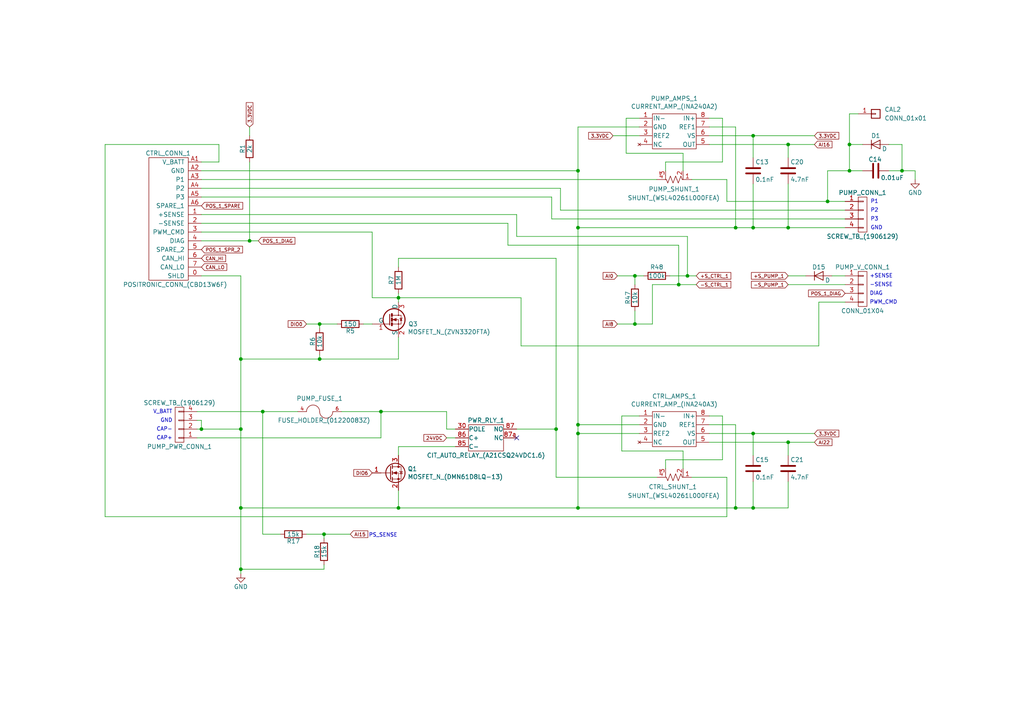
<source format=kicad_sch>
(kicad_sch (version 20250114) (generator "eeschema") (generator_version "9.0")
  (paper "A4")
  (lib_symbols
    (symbol "Connector_Generic:Conn_01x01" (pin_names (offset 1.016) (hide yes))
      (property "Reference" "J1" (at 2.54 1.2701 0))
      (property "Value" "Conn_01x01" (at 2.54 -1.2699 0))
      (symbol "Conn_01x01_1_1"
        (rectangle (start -1.27 1.27) (end 1.27 -1.27) (stroke (width 0.254)))
        (rectangle (start -1.27 0.127) (end 0 -0.127) (stroke (width 0.1524)))
        (pin passive line (at -5.08 0 0) (length 3.81) (name "Pin_1") (number "1"))
      )
    )
    (symbol "Device:Q_NMOS_GSD" (pin_names (offset 0) (hide yes))
      (property "Reference" "Q" (at 5.08 1.27 0))
      (property "Value" "Q_NMOS_GSD" (at 5.08 -1.27 0))
      (symbol "Q_NMOS_GSD_0_1"
        (polyline (pts (xy 0.254 1.905) (xy 0.254 -1.905)) (stroke (width 0.254)))
        (polyline (pts (xy 0.254 0) (xy -2.54 0)))
        (polyline (pts (xy 0.762 2.286) (xy 0.762 1.27)) (stroke (width 0.254)))
        (polyline (pts (xy 0.762 0.508) (xy 0.762 -0.508)) (stroke (width 0.254)))
        (polyline (pts (xy 0.762 -1.27) (xy 0.762 -2.286)) (stroke (width 0.254)))
        (polyline (pts (xy 0.762 -1.778) (xy 3.302 -1.778) (xy 3.302 1.778) (xy 0.762 1.778)))
        (polyline (pts (xy 1.016 0) (xy 2.032 0.381) (xy 2.032 -0.381) (xy 1.016 0)) (fill (type outline)))
        (circle (center 1.651 0) (radius 2.794) (stroke (width 0.254)))
        (polyline (pts (xy 2.54 2.54) (xy 2.54 1.778)))
        (circle (center 2.54 1.778) (radius 0.254) (fill (type outline)))
        (circle (center 2.54 -1.778) (radius 0.254) (fill (type outline)))
        (polyline (pts (xy 2.54 -2.54) (xy 2.54 0) (xy 0.762 0)))
        (polyline (pts (xy 2.794 0.508) (xy 2.921 0.381) (xy 3.683 0.381) (xy 3.81 0.254)))
        (polyline (pts (xy 3.302 0.381) (xy 2.921 -0.254) (xy 3.683 -0.254) (xy 3.302 0.381)))
      )
      (symbol "Q_NMOS_GSD_1_1"
        (pin input line (at -5.08 0 0) (length 2.54) (name "G") (number "1"))
        (pin passive line (at 2.54 5.08 270) (length 2.54) (name "D") (number "3"))
        (pin passive line (at 2.54 -5.08 90) (length 2.54) (name "S") (number "2"))
      )
    )
    (symbol "Device:R_Shunt_US" (pin_names (offset 0) (hide yes))
      (property "Reference" "R" (at -5.08 0 90))
      (property "Value" "R_Shunt_US" (at -3.048 0 90))
      (symbol "R_Shunt_US_1_1"
        (polyline (pts (xy 0 2.286) (xy 0 2.54)))
        (polyline (pts (xy 0 2.286) (xy 1.016 1.905) (xy 0 1.524) (xy -1.016 1.143) (xy 0 0.762)))
        (polyline (pts (xy 0 0.762) (xy 1.016 0.381) (xy 0 0) (xy -1.016 -0.381) (xy 0 -0.762)))
        (polyline (pts (xy 0 -0.762) (xy 1.016 -1.143) (xy 0 -1.524) (xy -1.016 -1.905) (xy 0 -2.286)))
        (polyline (pts (xy 0 -2.286) (xy 0 -2.54)))
        (polyline (pts (xy 0 -2.54) (xy 1.27 -2.54)))
        (polyline (pts (xy 1.27 2.54) (xy 0 2.54)))
        (pin passive line (at 0 5.08 270) (length 2.54) (name "~") (number "1"))
        (pin passive line (at 0 -5.08 90) (length 2.54) (name "~") (number "4"))
        (pin passive line (at 2.54 2.54 180) (length 1.27) (name "~") (number "2"))
        (pin passive line (at 2.54 -2.54 180) (length 1.27) (name "~") (number "3"))
      )
    )
    (symbol "Smart-Tank-Motherboard-rescue:C" (pin_numbers (hide yes)) (pin_names (offset 0.254))
      (property "Reference" "C" (at 0.635 2.54 0))
      (property "Value" "C" (at 0.635 -2.54 0))
      (symbol "C_0_1"
        (polyline (pts (xy -2.032 0.762) (xy 2.032 0.762)) (stroke (width 0.508)))
        (polyline (pts (xy -2.032 -0.762) (xy 2.032 -0.762)) (stroke (width 0.508)))
      )
      (symbol "C_1_1"
        (pin passive line (at 0 3.81 270) (length 2.794) (name "~") (number "1"))
        (pin passive line (at 0 -3.81 90) (length 2.794) (name "~") (number "2"))
      )
    )
    (symbol "Smart-Tank-Motherboard-rescue:CONN_01X04" (pin_names (offset 1.016) (hide yes))
      (property "Reference" "J" (at 0 6.35 0))
      (property "Value" "CONN_01X04" (at 2.54 0 90))
      (symbol "CONN_01X04_0_1"
        (rectangle (start -1.27 5.08) (end 1.27 -5.08))
        (rectangle (start -1.27 3.937) (end 0.254 3.683))
        (rectangle (start -1.27 1.397) (end 0.254 1.143))
        (rectangle (start -1.27 -1.143) (end 0.254 -1.397))
        (rectangle (start -1.27 -3.683) (end 0.254 -3.937))
      )
      (symbol "CONN_01X04_1_1"
        (pin passive line (at -5.08 3.81 0) (length 3.81) (name "P1") (number "1"))
        (pin passive line (at -5.08 1.27 0) (length 3.81) (name "P2") (number "2"))
        (pin passive line (at -5.08 -1.27 0) (length 3.81) (name "P3") (number "3"))
        (pin passive line (at -5.08 -3.81 0) (length 3.81) (name "P4") (number "4"))
      )
    )
    (symbol "Smart-Tank-Motherboard-rescue:D" (pin_numbers (hide yes)) (pin_names (offset 1.016) (hide yes))
      (property "Reference" "D" (at 0 2.54 0))
      (property "Value" "D" (at 0 -2.54 0))
      (symbol "D_0_1"
        (polyline (pts (xy -1.27 1.27) (xy -1.27 -1.27)) (stroke (width 0.2032)))
        (polyline (pts (xy 1.27 1.27) (xy 1.27 -1.27) (xy -1.27 0) (xy 1.27 1.27)) (stroke (width 0.2032)))
        (polyline (pts (xy 1.27 0) (xy -1.27 0)))
      )
      (symbol "D_1_1"
        (pin passive line (at -3.81 0 0) (length 2.54) (name "K") (number "1"))
        (pin passive line (at 3.81 0 180) (length 2.54) (name "A") (number "2"))
      )
    )
    (symbol "Smart-Tank-Motherboard-rescue:FUSE_HOLDER_(01220083Z)" (pin_names (offset 0.254))
      (property "Reference" "F" (at 0 3.81 0))
      (property "Value" "FUSE_HOLDER_(01220083Z)" (at 1.27 -3.81 0))
      (symbol "FUSE_HOLDER_(01220083Z)_0_1"
        (arc (start -3.81 0) (mid -1.905 1.905) (end 0 0))
        (arc (start 3.81 0) (mid 1.905 -1.905) (end 0 0))
      )
      (symbol "FUSE_HOLDER_(01220083Z)_1_1"
        (pin input line (at -6.35 0 0) (length 2.54) (name "~") (number "4"))
        (pin input line (at -6.35 0 0) (length 2.54) (hide yes) (name "~") (number "5"))
        (pin input line (at 6.35 0 180) (length 2.54) (name "~") (number "6"))
        (pin input line (at 6.35 0 180) (length 2.54) (hide yes) (name "~") (number "7"))
      )
    )
    (symbol "Smart-Tank-Motherboard-rescue:GND" (power) (pin_names (offset 0))
      (property "Value" "GND" (at 0 -3.81 0))
      (symbol "GND_0_1"
        (polyline (pts (xy 0 0) (xy 0 -1.27) (xy 1.27 -1.27) (xy 0 -2.54) (xy -1.27 -1.27) (xy 0 -1.27)))
      )
      (symbol "GND_1_1"
        (pin power_in line (at 0 0 270) (length 0) (hide yes) (name "GND") (number "1"))
      )
    )
    (symbol "Smart-Tank-Motherboard-rescue:MOSFET_N_(2N7002P,215)" (pin_names (offset 0))
      (property "Reference" "Q" (at 6.35 1.905 0))
      (property "Value" "MOSFET_N_(2N7002P,215)" (at 6.35 0 0))
      (symbol "MOSFET_N_(2N7002P,215)_0_1"
        (polyline (pts (xy 0 1.524) (xy 0 -1.524) (xy 0 -1.524)) (stroke (width 0.254)))
        (polyline (pts (xy 0.635 1.651) (xy 0.635 1.016)) (stroke (width 0.508)))
        (polyline (pts (xy 0.635 0.381) (xy 0.635 -0.381)) (stroke (width 0.508)))
        (polyline (pts (xy 0.635 -1.016) (xy 0.635 -1.651)) (stroke (width 0.508)))
        (polyline (pts (xy 0.762 1.27) (xy 2.54 1.27) (xy 2.54 2.54) (xy 2.54 2.54)))
        (polyline (pts (xy 0.762 0) (xy 1.27 0) (xy 2.54 0) (xy 2.54 -1.27) (xy 2.54 -1.27)))
        (polyline (pts (xy 0.762 -1.27) (xy 2.54 -1.27) (xy 2.54 -2.54) (xy 2.54 -2.54)))
        (polyline (pts (xy 0.889 0) (xy 1.905 0.381) (xy 1.905 -0.381) (xy 0.889 0) (xy 1.016 0) (xy 1.016 0)) (fill (type outline)))
        (circle (center 1.27 0) (radius 3.175) (stroke (width 0.3048)))
        (polyline (pts (xy 2.54 1.27) (xy 3.302 1.27) (xy 3.302 -1.27) (xy 2.54 -1.27)))
        (circle (center 2.54 1.27) (radius 0.127))
        (circle (center 2.54 -1.27) (radius 0.127))
        (polyline (pts (xy 3.048 0.381) (xy 2.921 0.254)))
        (polyline (pts (xy 3.048 0.381) (xy 3.556 0.381)))
        (polyline (pts (xy 3.302 0.381) (xy 3.048 -0.254) (xy 3.556 -0.254) (xy 3.302 0.381)) (fill (type outline)))
        (polyline (pts (xy 3.556 0.381) (xy 3.683 0.508)))
      )
      (symbol "MOSFET_N_(2N7002P,215)_1_1"
        (pin input line (at -5.08 -1.27 0) (length 5.08) (name "G") (number "1"))
        (pin passive line (at 2.54 5.08 270) (length 2.54) (name "D") (number "3"))
        (pin passive line (at 2.54 -5.08 90) (length 2.54) (name "S") (number "2"))
      )
    )
    (symbol "Smart-Tank-Motherboard-rescue:POSITRONIC_CONN_(CBD13W6F)" (pin_names (offset 1.016))
      (property "Reference" "CTRL_CONN_1" (at -0.762 16.51 0))
      (property "Value" "POSITRONIC_CONN_(CBD13W6F)" (at 1.27 -21.59 0))
      (symbol "POSITRONIC_CONN_(CBD13W6F)_0_1"
        (rectangle (start -6.35 15.24) (end 5.08 -20.32))
      )
      (symbol "POSITRONIC_CONN_(CBD13W6F)_1_1"
        (pin power_in line (at 8.89 13.97 180) (length 3.81) (name "V_BATT") (number "A1"))
        (pin power_in line (at 8.89 11.43 180) (length 3.81) (name "GND") (number "A2"))
        (pin power_out line (at 8.89 8.89 180) (length 3.81) (name "P1") (number "A3"))
        (pin power_out line (at 8.89 6.35 180) (length 3.81) (name "P2") (number "A4"))
        (pin power_out line (at 8.89 3.81 180) (length 3.81) (name "P3") (number "A5"))
        (pin input line (at 8.89 1.27 180) (length 3.81) (name "SPARE_1") (number "A6"))
        (pin passive line (at 8.89 -1.27 180) (length 3.81) (name "+SENSE") (number "1"))
        (pin passive line (at 8.89 -3.81 180) (length 3.81) (name "-SENSE") (number "2"))
        (pin input line (at 8.89 -6.35 180) (length 3.81) (name "PWM_CMD") (number "3"))
        (pin passive line (at 8.89 -8.89 180) (length 3.81) (name "DIAG") (number "4"))
        (pin passive line (at 8.89 -11.43 180) (length 3.81) (name "SPARE_2") (number "5"))
        (pin passive line (at 8.89 -13.97 180) (length 3.81) (name "CAN_HI") (number "6"))
        (pin passive line (at 8.89 -16.51 180) (length 3.81) (name "CAN_LO") (number "7"))
        (pin input line (at 8.89 -19.05 180) (length 3.81) (name "SHLD") (number "0"))
      )
    )
    (symbol "Smart-Tank-Motherboard-rescue:R" (pin_numbers (hide yes)) (pin_names (offset 0))
      (property "Reference" "R" (at 2.032 0 90))
      (property "Value" "R" (at 0 0 90))
      (symbol "R_0_1"
        (rectangle (start -1.016 -2.54) (end 1.016 2.54) (stroke (width 0.254)))
      )
      (symbol "R_1_1"
        (pin passive line (at 0 3.81 270) (length 1.27) (name "~") (number "1"))
        (pin passive line (at 0 -3.81 90) (length 1.27) (name "~") (number "2"))
      )
    )
    (symbol "Smart-Tank-Motherboard-rescue:SCREW_TB_(1906129)" (pin_names (offset 1.016) (hide yes))
      (property "Reference" "P" (at 0 6.35 0))
      (property "Value" "SCREW_TB_(1906129)" (at 2.54 0 90))
      (property "Description_1" " " (at 2.54 8.89 0))
      (symbol "SCREW_TB_(1906129)_0_1"
        (rectangle (start -1.27 5.08) (end 1.27 -5.08))
        (rectangle (start -1.27 3.937) (end 0.254 3.683))
        (rectangle (start -1.27 1.397) (end 0.254 1.143))
        (rectangle (start -1.27 -1.143) (end 0.254 -1.397))
        (rectangle (start -1.27 -3.683) (end 0.254 -3.937))
      )
      (symbol "SCREW_TB_(1906129)_1_1"
        (pin passive line (at -5.08 3.81 0) (length 3.81) (name "P1") (number "1"))
        (pin passive line (at -5.08 1.27 0) (length 3.81) (name "P2") (number "2"))
        (pin passive line (at -5.08 -1.27 0) (length 3.81) (name "P3") (number "3"))
        (pin passive line (at -5.08 -3.81 0) (length 3.81) (name "P4") (number "4"))
      )
    )
    (symbol "Smart-Tank-Motherboard-rescue:TE_AUTO_RELAY_(1432795-1)" (pin_names (offset 0.0254))
      (property "Reference" "P" (at 2.54 7.62 0))
      (property "Value" "TE_AUTO_RELAY_(1432795-1)" (at 3.81 -2.54 0))
      (symbol "TE_AUTO_RELAY_(1432795-1)_0_1"
        (rectangle (start -2.54 6.35) (end 7.62 -1.27))
      )
      (symbol "TE_AUTO_RELAY_(1432795-1)_1_1"
        (pin power_in line (at -6.35 5.08 0) (length 3.81) (name "POLE") (number "30"))
        (pin power_in line (at -6.35 2.54 0) (length 3.81) (name "C+") (number "86"))
        (pin input line (at -6.35 0 0) (length 3.81) (name "C-") (number "85"))
        (pin output line (at 11.43 5.08 180) (length 3.81) (name "NO") (number "87"))
        (pin output line (at 11.43 2.54 180) (length 3.81) (name "NC") (number "87a"))
      )
    )
    (symbol "_GARRETTS_PARTS:CURRENT_AMP_(INA240A3)" (pin_names (offset 0.254))
      (property "Reference" "CTRL_AMPS1" (at 15.24 6.985 0))
      (property "Value" "CURRENT_AMP_(INA240A3)" (at 15.24 4.6736 0))
      (symbol "CURRENT_AMP_(INA240A3)_0_1"
        (rectangle (start 8.89 2.54) (end 21.59 -7.62))
      )
      (symbol "CURRENT_AMP_(INA240A3)_1_1"
        (pin input line (at 5.08 1.27 0) (length 3.7084) (name "IN-") (number "1"))
        (pin power_in line (at 5.08 -1.27 0) (length 3.7084) (name "GND") (number "2"))
        (pin passive line (at 5.08 -3.81 0) (length 3.7084) (name "REF2") (number "3"))
        (pin no_connect line (at 5.08 -6.35 0) (length 3.7084) (name "NC") (number "4"))
        (pin input line (at 25.4 1.27 180) (length 3.7084) (name "IN+") (number "8"))
        (pin passive line (at 25.4 -1.27 180) (length 3.7084) (name "REF1") (number "7"))
        (pin power_in line (at 25.4 -3.81 180) (length 3.7084) (name "VS") (number "6"))
        (pin output line (at 25.4 -6.35 180) (length 3.7084) (name "OUT") (number "5"))
      )
    )
  )
  (text "V_BATT" (at 50.038 120.142 0) (effects (font (size 1.0922 1.0922)) (justify right bottom)))
  (text "DIAG" (at 252.222 85.852 0) (effects (font (size 1.0922 1.0922)) (justify left bottom)))
  (text "P2" (at 252.476 61.722 0) (effects (font (size 1.0922 1.0922)) (justify left bottom)))
  (text "GND\n" (at 50.038 122.682 0) (effects (font (size 1.0922 1.0922)) (justify right bottom)))
  (text "P1" (at 252.476 59.182 0) (effects (font (size 1.0922 1.0922)) (justify left bottom)))
  (text "CAP-" (at 50.038 125.222 0) (effects (font (size 1.0922 1.0922)) (justify right bottom)))
  (text "GND" (at 252.476 66.802 0) (effects (font (size 1.0922 1.0922)) (justify left bottom)))
  (text "PS_SENSE" (at 106.934 155.956 0) (effects (font (size 1.0922 1.0922)) (justify left bottom)))
  (text "CAP+" (at 50.038 127.762 0) (effects (font (size 1.0922 1.0922)) (justify right bottom)))
  (text "-SENSE" (at 252.222 83.312 0) (effects (font (size 1.0922 1.0922)) (justify left bottom)))
  (text "P3" (at 252.476 64.262 0) (effects (font (size 1.0922 1.0922)) (justify left bottom)))
  (text "+SENSE" (at 252.222 80.772 0) (effects (font (size 1.0922 1.0922)) (justify left bottom)))
  (text "PWM_CMD" (at 252.222 88.392 0) (effects (font (size 1.0922 1.0922)) (justify left bottom)))
  (junction (at 167.64 123.19))
  (junction (at 246.38 49.53))
  (junction (at 110.49 119.38))
  (junction (at 92.71 93.98))
  (junction (at 199.39 80.01))
  (junction (at 218.44 66.04))
  (junction (at 69.85 124.46))
  (junction (at 167.64 49.53))
  (junction (at 240.03 58.42))
  (junction (at 69.85 104.14))
  (junction (at 115.57 147.32))
  (junction (at 167.64 147.32))
  (junction (at 69.85 165.1))
  (junction (at 218.44 39.37))
  (junction (at 93.98 154.94))
  (junction (at 58.42 124.46))
  (junction (at 228.6 66.04))
  (junction (at 196.85 82.55))
  (junction (at 115.57 86.36))
  (junction (at 246.38 41.91))
  (junction (at 72.39 69.85))
  (junction (at 218.44 147.32))
  (junction (at 76.2 119.38))
  (junction (at 213.36 147.32))
  (junction (at 184.15 80.01))
  (junction (at 228.6 128.27))
  (junction (at 167.64 66.04))
  (junction (at 69.85 147.32))
  (junction (at 228.6 41.91))
  (junction (at 184.15 93.98))
  (junction (at 213.36 66.04))
  (junction (at 261.62 49.53))
  (junction (at 167.64 125.73))
  (junction (at 161.29 124.46))
  (junction (at 92.71 104.14))
  (junction (at 218.44 125.73))
  (no_connect (at 149.86 127))
  (wire (pts (xy 193.04 133.35) (xy 209.55 133.35)))
  (wire (pts (xy 261.62 49.53) (xy 257.81 49.53)))
  (wire (pts (xy 210.82 138.43) (xy 200.66 138.43)))
  (wire (pts (xy 115.57 85.09) (xy 115.57 86.36)))
  (wire (pts (xy 199.39 80.01) (xy 201.93 80.01)))
  (wire (pts (xy 88.9 154.94) (xy 93.98 154.94)))
  (wire (pts (xy 209.55 120.65) (xy 205.74 120.65)))
  (wire (pts (xy 69.85 124.46) (xy 69.85 147.32)))
  (wire (pts (xy 167.64 125.73) (xy 185.42 125.73)))
  (wire (pts (xy 167.64 123.19) (xy 185.42 123.19)))
  (wire (pts (xy 218.44 53.34) (xy 218.44 66.04)))
  (wire (pts (xy 161.29 74.93) (xy 161.29 124.46)))
  (wire (pts (xy 147.32 71.12) (xy 196.85 71.12)))
  (wire (pts (xy 149.86 62.23) (xy 149.86 68.58)))
  (wire (pts (xy 228.6 128.27) (xy 228.6 132.08)))
  (wire (pts (xy 213.36 123.19) (xy 213.36 147.32)))
  (wire (pts (xy 265.43 49.53) (xy 261.62 49.53)))
  (wire (pts (xy 180.34 120.65) (xy 185.42 120.65)))
  (wire (pts (xy 198.12 135.89) (xy 198.12 130.81)))
  (wire (pts (xy 58.42 64.77) (xy 147.32 64.77)))
  (wire (pts (xy 205.74 41.91) (xy 228.6 41.91)))
  (wire (pts (xy 205.74 128.27) (xy 228.6 128.27)))
  (wire (pts (xy 69.85 147.32) (xy 69.85 165.1)))
  (wire (pts (xy 198.12 130.81) (xy 180.34 130.81)))
  (wire (pts (xy 115.57 74.93) (xy 161.29 74.93)))
  (wire (pts (xy 160.02 57.15) (xy 160.02 63.5)))
  (wire (pts (xy 218.44 139.7) (xy 218.44 147.32)))
  (wire (pts (xy 246.38 41.91) (xy 250.19 41.91)))
  (wire (pts (xy 58.42 69.85) (xy 72.39 69.85)))
  (wire (pts (xy 30.48 41.91) (xy 63.5 41.91)))
  (wire (pts (xy 69.85 147.32) (xy 115.57 147.32)))
  (wire (pts (xy 250.19 49.53) (xy 246.38 49.53)))
  (wire (pts (xy 69.85 104.14) (xy 92.71 104.14)))
  (wire (pts (xy 167.64 66.04) (xy 167.64 123.19)))
  (wire (pts (xy 105.41 93.98) (xy 107.95 93.98)))
  (wire (pts (xy 162.56 60.96) (xy 245.11 60.96)))
  (wire (pts (xy 228.6 41.91) (xy 228.6 45.72)))
  (wire (pts (xy 167.64 36.83) (xy 167.64 49.53)))
  (wire (pts (xy 205.74 125.73) (xy 218.44 125.73)))
  (wire (pts (xy 107.95 86.36) (xy 115.57 86.36)))
  (wire (pts (xy 194.31 80.01) (xy 199.39 80.01)))
  (wire (pts (xy 184.15 93.98) (xy 189.23 93.98)))
  (wire (pts (xy 99.06 119.38) (xy 110.49 119.38)))
  (wire (pts (xy 205.74 39.37) (xy 218.44 39.37)))
  (wire (pts (xy 184.15 80.01) (xy 186.69 80.01)))
  (wire (pts (xy 72.39 36.83) (xy 72.39 39.37)))
  (wire (pts (xy 205.74 36.83) (xy 213.36 36.83)))
  (wire (pts (xy 132.08 124.46) (xy 129.54 124.46)))
  (wire (pts (xy 58.42 54.61) (xy 162.56 54.61)))
  (wire (pts (xy 129.54 127) (xy 132.08 127)))
  (wire (pts (xy 149.86 124.46) (xy 161.29 124.46)))
  (wire (pts (xy 115.57 77.47) (xy 115.57 74.93)))
  (wire (pts (xy 72.39 46.99) (xy 72.39 69.85)))
  (wire (pts (xy 193.04 46.99) (xy 209.55 46.99)))
  (wire (pts (xy 93.98 154.94) (xy 101.6 154.94)))
  (wire (pts (xy 193.04 135.89) (xy 193.04 133.35)))
  (wire (pts (xy 58.42 52.07) (xy 190.5 52.07)))
  (wire (pts (xy 76.2 119.38) (xy 86.36 119.38)))
  (wire (pts (xy 179.07 80.01) (xy 184.15 80.01)))
  (wire (pts (xy 167.64 66.04) (xy 213.36 66.04)))
  (wire (pts (xy 218.44 132.08) (xy 218.44 125.73)))
  (wire (pts (xy 93.98 163.83) (xy 93.98 165.1)))
  (wire (pts (xy 228.6 41.91) (xy 236.22 41.91)))
  (wire (pts (xy 167.64 123.19) (xy 167.64 125.73)))
  (wire (pts (xy 218.44 66.04) (xy 228.6 66.04)))
  (wire (pts (xy 246.38 49.53) (xy 240.03 49.53)))
  (wire (pts (xy 213.36 66.04) (xy 218.44 66.04)))
  (wire (pts (xy 115.57 142.24) (xy 115.57 147.32)))
  (wire (pts (xy 93.98 154.94) (xy 93.98 156.21)))
  (wire (pts (xy 72.39 69.85) (xy 74.93 69.85)))
  (wire (pts (xy 58.42 124.46) (xy 69.85 124.46)))
  (wire (pts (xy 265.43 52.07) (xy 265.43 49.53)))
  (wire (pts (xy 151.13 86.36) (xy 151.13 100.33)))
  (wire (pts (xy 57.15 119.38) (xy 76.2 119.38)))
  (wire (pts (xy 198.12 44.45) (xy 181.61 44.45)))
  (wire (pts (xy 218.44 147.32) (xy 228.6 147.32)))
  (wire (pts (xy 151.13 100.33) (xy 237.49 100.33)))
  (wire (pts (xy 162.56 54.61) (xy 162.56 60.96)))
  (wire (pts (xy 189.23 82.55) (xy 196.85 82.55)))
  (wire (pts (xy 167.64 66.04) (xy 167.64 49.53)))
  (wire (pts (xy 110.49 127) (xy 110.49 119.38)))
  (wire (pts (xy 167.64 125.73) (xy 167.64 147.32)))
  (wire (pts (xy 76.2 154.94) (xy 76.2 119.38)))
  (wire (pts (xy 213.36 36.83) (xy 213.36 66.04)))
  (wire (pts (xy 246.38 33.02) (xy 246.38 41.91)))
  (wire (pts (xy 233.68 80.01) (xy 228.6 80.01)))
  (wire (pts (xy 198.12 49.53) (xy 198.12 44.45)))
  (wire (pts (xy 228.6 53.34) (xy 228.6 66.04)))
  (wire (pts (xy 180.34 130.81) (xy 180.34 120.65)))
  (wire (pts (xy 177.8 39.37) (xy 185.42 39.37)))
  (wire (pts (xy 240.03 49.53) (xy 240.03 58.42)))
  (wire (pts (xy 69.85 104.14) (xy 69.85 124.46)))
  (wire (pts (xy 261.62 41.91) (xy 261.62 49.53)))
  (wire (pts (xy 210.82 149.86) (xy 210.82 138.43)))
  (wire (pts (xy 161.29 138.43) (xy 161.29 124.46)))
  (wire (pts (xy 92.71 102.87) (xy 92.71 104.14)))
  (wire (pts (xy 58.42 67.31) (xy 107.95 67.31)))
  (wire (pts (xy 58.42 80.01) (xy 69.85 80.01)))
  (wire (pts (xy 185.42 36.83) (xy 167.64 36.83)))
  (wire (pts (xy 132.08 129.54) (xy 115.57 129.54)))
  (wire (pts (xy 205.74 123.19) (xy 213.36 123.19)))
  (wire (pts (xy 58.42 62.23) (xy 149.86 62.23)))
  (wire (pts (xy 30.48 41.91) (xy 30.48 149.86)))
  (wire (pts (xy 184.15 90.17) (xy 184.15 93.98)))
  (wire (pts (xy 213.36 147.32) (xy 218.44 147.32)))
  (wire (pts (xy 218.44 39.37) (xy 218.44 45.72)))
  (wire (pts (xy 228.6 128.27) (xy 236.22 128.27)))
  (wire (pts (xy 92.71 93.98) (xy 97.79 93.98)))
  (wire (pts (xy 129.54 124.46) (xy 129.54 119.38)))
  (wire (pts (xy 69.85 80.01) (xy 69.85 104.14)))
  (wire (pts (xy 147.32 64.77) (xy 147.32 71.12)))
  (wire (pts (xy 57.15 127) (xy 110.49 127)))
  (wire (pts (xy 92.71 95.25) (xy 92.71 93.98)))
  (wire (pts (xy 92.71 104.14) (xy 115.57 104.14)))
  (wire (pts (xy 193.04 49.53) (xy 193.04 46.99)))
  (wire (pts (xy 209.55 133.35) (xy 209.55 120.65)))
  (wire (pts (xy 115.57 86.36) (xy 115.57 87.63)))
  (wire (pts (xy 196.85 71.12) (xy 196.85 82.55)))
  (wire (pts (xy 228.6 139.7) (xy 228.6 147.32)))
  (wire (pts (xy 218.44 125.73) (xy 236.22 125.73)))
  (wire (pts (xy 261.62 41.91) (xy 257.81 41.91)))
  (wire (pts (xy 240.03 58.42) (xy 245.11 58.42)))
  (wire (pts (xy 115.57 147.32) (xy 167.64 147.32)))
  (wire (pts (xy 149.86 68.58) (xy 199.39 68.58)))
  (wire (pts (xy 181.61 44.45) (xy 181.61 34.29)))
  (wire (pts (xy 228.6 66.04) (xy 245.11 66.04)))
  (wire (pts (xy 160.02 63.5) (xy 245.11 63.5)))
  (wire (pts (xy 167.64 147.32) (xy 213.36 147.32)))
  (wire (pts (xy 190.5 138.43) (xy 161.29 138.43)))
  (wire (pts (xy 245.11 82.55) (xy 228.6 82.55)))
  (wire (pts (xy 57.15 124.46) (xy 58.42 124.46)))
  (wire (pts (xy 115.57 86.36) (xy 151.13 86.36)))
  (wire (pts (xy 189.23 93.98) (xy 189.23 82.55)))
  (wire (pts (xy 115.57 129.54) (xy 115.57 132.08)))
  (wire (pts (xy 57.15 121.92) (xy 58.42 121.92)))
  (wire (pts (xy 210.82 58.42) (xy 240.03 58.42)))
  (wire (pts (xy 58.42 57.15) (xy 160.02 57.15)))
  (wire (pts (xy 210.82 52.07) (xy 210.82 58.42)))
  (wire (pts (xy 237.49 87.63) (xy 245.11 87.63)))
  (wire (pts (xy 246.38 41.91) (xy 246.38 49.53)))
  (wire (pts (xy 241.3 80.01) (xy 245.11 80.01)))
  (wire (pts (xy 248.92 33.02) (xy 246.38 33.02)))
  (wire (pts (xy 88.9 93.98) (xy 92.71 93.98)))
  (wire (pts (xy 181.61 34.29) (xy 185.42 34.29)))
  (wire (pts (xy 237.49 100.33) (xy 237.49 87.63)))
  (wire (pts (xy 63.5 46.99) (xy 58.42 46.99)))
  (wire (pts (xy 115.57 104.14) (xy 115.57 97.79)))
  (wire (pts (xy 63.5 41.91) (xy 63.5 46.99)))
  (wire (pts (xy 218.44 39.37) (xy 236.22 39.37)))
  (wire (pts (xy 179.07 93.98) (xy 184.15 93.98)))
  (wire (pts (xy 110.49 119.38) (xy 129.54 119.38)))
  (wire (pts (xy 69.85 165.1) (xy 69.85 166.37)))
  (wire (pts (xy 30.48 149.86) (xy 210.82 149.86)))
  (wire (pts (xy 58.42 121.92) (xy 58.42 124.46)))
  (wire (pts (xy 199.39 68.58) (xy 199.39 80.01)))
  (wire (pts (xy 184.15 80.01) (xy 184.15 82.55)))
  (wire (pts (xy 196.85 82.55) (xy 201.93 82.55)))
  (wire (pts (xy 107.95 67.31) (xy 107.95 86.36)))
  (wire (pts (xy 81.28 154.94) (xy 76.2 154.94)))
  (wire (pts (xy 58.42 49.53) (xy 167.64 49.53)))
  (wire (pts (xy 93.98 165.1) (xy 69.85 165.1)))
  (wire (pts (xy 209.55 34.29) (xy 205.74 34.29)))
  (wire (pts (xy 209.55 46.99) (xy 209.55 34.29)))
  (wire (pts (xy 200.66 52.07) (xy 210.82 52.07)))
  (global_label "3.3VDC" (shape input) (at 236.22 125.73 0) (effects (font (size 0.9906 0.9906))) (property "Intersheetrefs" "${INTERSHEET_REFS}" (effects (hide yes))))
  (global_label "AI8" (shape input) (at 179.07 93.98 180) (effects (font (size 0.9906 0.9906))) (property "Intersheetrefs" "${INTERSHEET_REFS}" (effects (hide yes))))
  (global_label "DIO6" (shape input) (at 107.95 137.16 180) (effects (font (size 0.9906 0.9906))) (property "Intersheetrefs" "${INTERSHEET_REFS}" (effects (hide yes))))
  (global_label "3.3VDC" (shape input) (at 236.22 39.37 0) (effects (font (size 0.9906 0.9906))) (property "Intersheetrefs" "${INTERSHEET_REFS}" (effects (hide yes))))
  (global_label "-S_CTRL_1" (shape input) (at 201.93 82.55 0) (effects (font (size 0.9906 0.9906))) (property "Intersheetrefs" "${INTERSHEET_REFS}" (effects (hide yes))))
  (global_label "DIO0" (shape input) (at 88.9 93.98 180) (effects (font (size 0.9906 0.9906))) (property "Intersheetrefs" "${INTERSHEET_REFS}" (effects (hide yes))))
  (global_label "POS_1_SPARE" (shape input) (at 58.42 59.69 0) (effects (font (size 0.9906 0.9906))) (property "Intersheetrefs" "${INTERSHEET_REFS}" (effects (hide yes))))
  (global_label "3.3VDC" (shape input) (at 177.8 39.37 180) (effects (font (size 0.9906 0.9906))) (property "Intersheetrefs" "${INTERSHEET_REFS}" (effects (hide yes))))
  (global_label "3.3VDC" (shape input) (at 72.39 36.83 90) (effects (font (size 0.9906 0.9906))) (property "Intersheetrefs" "${INTERSHEET_REFS}" (effects (hide yes))))
  (global_label "POS_1_DIAG" (shape input) (at 245.11 85.09 180) (effects (font (size 0.9906 0.9906))) (property "Intersheetrefs" "${INTERSHEET_REFS}" (effects (hide yes))))
  (global_label "AI15" (shape input) (at 101.6 154.94 0) (effects (font (size 0.9906 0.9906))) (property "Intersheetrefs" "${INTERSHEET_REFS}" (effects (hide yes))))
  (global_label "AI16" (shape input) (at 236.22 41.91 0) (effects (font (size 0.9906 0.9906))) (property "Intersheetrefs" "${INTERSHEET_REFS}" (effects (hide yes))))
  (global_label "-S_PUMP_1" (shape input) (at 228.6 82.55 180) (effects (font (size 0.9906 0.9906))) (property "Intersheetrefs" "${INTERSHEET_REFS}" (effects (hide yes))))
  (global_label "CAN_LO" (shape input) (at 58.42 77.47 0) (effects (font (size 0.9906 0.9906))) (property "Intersheetrefs" "${INTERSHEET_REFS}" (effects (hide yes))))
  (global_label "AI0" (shape input) (at 179.07 80.01 180) (effects (font (size 0.9906 0.9906))) (property "Intersheetrefs" "${INTERSHEET_REFS}" (effects (hide yes))))
  (global_label "+S_CTRL_1" (shape input) (at 201.93 80.01 0) (effects (font (size 0.9906 0.9906))) (property "Intersheetrefs" "${INTERSHEET_REFS}" (effects (hide yes))))
  (global_label "AI22" (shape input) (at 236.22 128.27 0) (effects (font (size 0.9906 0.9906))) (property "Intersheetrefs" "${INTERSHEET_REFS}" (effects (hide yes))))
  (global_label "CAN_HI" (shape input) (at 58.42 74.93 0) (effects (font (size 0.9906 0.9906))) (property "Intersheetrefs" "${INTERSHEET_REFS}" (effects (hide yes))))
  (global_label "+S_PUMP_1" (shape input) (at 228.6 80.01 180) (effects (font (size 0.9906 0.9906))) (property "Intersheetrefs" "${INTERSHEET_REFS}" (effects (hide yes))))
  (global_label "POS_1_SPR_2" (shape input) (at 58.42 72.39 0) (effects (font (size 0.9906 0.9906))) (property "Intersheetrefs" "${INTERSHEET_REFS}" (effects (hide yes))))
  (global_label "POS_1_DIAG" (shape input) (at 74.93 69.85 0) (effects (font (size 0.9906 0.9906))) (property "Intersheetrefs" "${INTERSHEET_REFS}" (effects (hide yes))))
  (global_label "24VDC" (shape input) (at 129.54 127 180) (effects (font (size 0.9906 0.9906))) (property "Intersheetrefs" "${INTERSHEET_REFS}" (effects (hide yes))))
  (symbol (lib_id "Smart-Tank-Motherboard-rescue:SCREW_TB_(1906129)") (at 52.07 123.19 180) (unit 1)
    (property "Reference" "PUMP_PWR_CONN_1" (at 52.07 129.54 0))
    (property "Value" "SCREW_TB_(1906129)" (at 52.07 116.84 0))
    (property "Footprint" "Smart_Tank:PHNX_TB_SCREW_4_POS_(1906129)" (effects (hide yes)))
    (property "Description" " " (at 49.53 132.08 0) (effects (font (size 1.524 1.524))))
  )
  (symbol (lib_id "Smart-Tank-Motherboard-rescue:GND") (at 69.85 166.37 0) (unit 1)
    (property "Reference" "#PWR03" (effects (hide yes)))
    (property "Value" "GND" (at 69.85 170.18 0))
  )
  (symbol (lib_id "Smart-Tank-Motherboard-rescue:SCREW_TB_(1906129)") (at 250.19 62.23 0) (unit 1)
    (property "Reference" "PUMP_CONN_1" (at 250.19 55.88 0))
    (property "Value" "SCREW_TB_(1906129)" (at 250.19 68.58 0))
    (property "Footprint" "Smart_Tank:PHNX_TB_SCREW_4_POS_(1906129)" (effects (hide yes)))
    (property "Description" " " (at 252.73 53.34 0) (effects (font (size 1.524 1.524))))
  )
  (symbol (lib_id "Smart-Tank-Motherboard-rescue:POSITRONIC_CONN_(CBD13W6F)") (at 49.53 60.96 0) (unit 1)
    (property "Reference" "CTRL_CONN_1" (at 48.768 44.45 0))
    (property "Value" "POSITRONIC_CONN_(CBD13W6F)" (at 50.8 82.55 0))
    (property "Footprint" "Smart_Tank:POSITRONIC_D-SUB_(CBD13W6F35S600X_AA)" (effects (hide yes)))
  )
  (symbol (lib_id "Smart-Tank-Motherboard-rescue:FUSE_HOLDER_(01220083Z)") (at 92.71 119.38 0) (unit 1)
    (property "Reference" "PUMP_FUSE_1" (at 92.71 115.57 0))
    (property "Value" "FUSE_HOLDER_(01220083Z)" (at 93.98 121.92 0))
    (property "Footprint" "Smart_Tank:FUSE_HOLDER_(01220083Z)" (effects (hide yes)))
  )
  (symbol (lib_id "Smart-Tank-Motherboard-rescue:TE_AUTO_RELAY_(1432795-1)") (at 138.43 129.54 0) (unit 1)
    (property "Reference" "PWR_RLY_1" (at 140.97 121.92 0))
    (property "Value" "CIT_AUTO_RELAY_(A21CSQ24VDC1.6)" (at 140.97 132.08 0))
    (property "Footprint" "Smart_Tank:TE_AUTO_RELAY_SOCKET_(VCF4-1000)" (effects (hide yes)))
  )
  (symbol (lib_id "Smart-Tank-Motherboard-rescue:MOSFET_N_(2N7002P,215)") (at 113.03 92.71 0) (unit 1)
    (property "Reference" "Q3" (at 121.158 93.98 0) (effects (justify right)))
    (property "Value" "MOSFET_N_(ZVN3320FTA)" (at 142.24 96.266 0) (effects (justify right)))
    (property "Footprint" "TO_SOT_Packages_SMD:SOT-23" (effects (hide yes)))
  )
  (symbol (lib_id "Smart-Tank-Motherboard-rescue:R") (at 101.6 93.98 270) (unit 1)
    (property "Reference" "R5" (at 101.6 96.012 90))
    (property "Value" "150" (at 101.6 93.98 90))
    (property "Footprint" "Resistors_SMD:R_1206" (effects (hide yes)))
  )
  (symbol (lib_id "Smart-Tank-Motherboard-rescue:R") (at 115.57 81.28 180) (unit 1)
    (property "Reference" "R7" (at 113.538 81.28 90))
    (property "Value" "1M" (at 115.57 81.28 90))
    (property "Footprint" "Resistors_SMD:R_1206" (effects (hide yes)))
  )
  (symbol (lib_id "Smart-Tank-Motherboard-rescue:R") (at 92.71 99.06 180) (unit 1)
    (property "Reference" "R6" (at 90.678 99.06 90))
    (property "Value" "10k" (at 92.71 99.06 90))
    (property "Footprint" "Resistors_SMD:R_1206" (effects (hide yes)))
  )
  (symbol (lib_id "Smart-Tank-Motherboard-rescue:R") (at 85.09 154.94 270) (unit 1)
    (property "Reference" "R17" (at 85.09 156.972 90))
    (property "Value" "15k" (at 85.09 154.94 90))
    (property "Footprint" "Resistors_SMD:R_1206" (effects (hide yes)))
  )
  (symbol (lib_id "Smart-Tank-Motherboard-rescue:R") (at 93.98 160.02 180) (unit 1)
    (property "Reference" "R18" (at 91.948 160.02 90))
    (property "Value" "15k" (at 93.98 160.02 90))
    (property "Footprint" "Resistors_SMD:R_1206" (effects (hide yes)))
  )
  (symbol (lib_id "Smart-Tank-Motherboard-rescue:C") (at 228.6 49.53 0) (unit 1)
    (property "Reference" "C20" (at 229.235 46.99 0) (effects (justify left)))
    (property "Value" "4.7nF" (at 229.235 52.07 0) (effects (justify left)))
    (property "Footprint" "Capacitors_SMD:C_1206" (effects (hide yes)))
  )
  (symbol (lib_id "Smart-Tank-Motherboard-rescue:C") (at 218.44 49.53 0) (unit 1)
    (property "Reference" "C13" (at 219.075 46.99 0) (effects (justify left)))
    (property "Value" "0.1nF" (at 219.075 52.07 0) (effects (justify left)))
    (property "Footprint" "Capacitors_SMD:C_1206" (effects (hide yes)))
  )
  (symbol (lib_id "Smart-Tank-Motherboard-rescue:C") (at 228.6 135.89 0) (unit 1)
    (property "Reference" "C21" (at 229.235 133.35 0) (effects (justify left)))
    (property "Value" "4.7nF" (at 229.235 138.43 0) (effects (justify left)))
    (property "Footprint" "Capacitors_SMD:C_1206" (effects (hide yes)))
  )
  (symbol (lib_id "Smart-Tank-Motherboard-rescue:C") (at 218.44 135.89 0) (unit 1)
    (property "Reference" "C15" (at 219.075 133.35 0) (effects (justify left)))
    (property "Value" "0.1nF" (at 219.075 138.43 0) (effects (justify left)))
    (property "Footprint" "Capacitors_SMD:C_1206" (effects (hide yes)))
  )
  (symbol (lib_id "Smart-Tank-Motherboard-rescue:R") (at 184.15 86.36 180) (unit 1)
    (property "Reference" "R47" (at 182.118 86.36 90))
    (property "Value" "10k" (at 184.15 86.36 90))
    (property "Footprint" "Resistors_SMD:R_1206" (effects (hide yes)))
  )
  (symbol (lib_id "Smart-Tank-Motherboard-rescue:R") (at 190.5 80.01 270) (unit 1)
    (property "Reference" "R48" (at 190.5 77.47 90))
    (property "Value" "100k" (at 190.5 80.01 90))
    (property "Footprint" "Resistors_SMD:R_1206" (effects (hide yes)))
  )
  (symbol (lib_id "Smart-Tank-Motherboard-rescue:D") (at 237.49 80.01 0) (unit 1)
    (property "Reference" "D15" (at 237.49 77.47 0))
    (property "Value" "D" (at 240.03 81.28 0))
    (property "Footprint" "Diodes_SMD:SOD-123" (effects (hide yes)))
  )
  (symbol (lib_id "Smart-Tank-Motherboard-rescue:CONN_01X04") (at 250.19 83.82 0) (unit 1)
    (property "Reference" "PUMP_V_CONN_1" (at 250.19 77.47 0))
    (property "Value" "CONN_01X04" (at 250.19 90.17 0))
    (property "Footprint" "Smart_Tank:PHNX_TB_SCREW_4_POS_(1729144)" (effects (hide yes)))
  )
  (symbol (lib_id "_GARRETTS_PARTS:CURRENT_AMP_(INA240A3)") (at 180.34 35.56 0) (unit 1)
    (property "Reference" "PUMP_AMPS_1" (at 195.58 28.575 0))
    (property "Value" "CURRENT_AMP_(INA240A2)" (at 195.58 30.8864 0))
    (property "Footprint" "Package_SO:SOIC-8_3.9x4.9mm_P1.27mm" (effects (hide yes)))
    (property "Datasheet" "https://www.digikey.com/en/products/detail/texas-instruments/INA240A2EDRQ1/9861455?s=N4IgTCBcDaIJIDkCCYAsAGFBRAIgJQEUBGEAXQF8g" (effects (hide yes)))
  )
  (symbol (lib_id "_GARRETTS_PARTS:CURRENT_AMP_(INA240A3)") (at 180.34 121.92 0) (unit 1)
    (property "Reference" "CTRL_AMPS_1" (at 195.58 114.935 0))
    (property "Value" "CURRENT_AMP_(INA240A3)" (at 195.58 117.2464 0))
    (property "Footprint" "Package_SO:SOIC-8_3.9x4.9mm_P1.27mm" (effects (hide yes)))
    (property "Datasheet" "https://www.digikey.com/en/products/detail/texas-instruments/INA240A3EDRQ1/9861456" (effects (hide yes)))
  )
  (symbol (lib_id "Smart-Tank-Motherboard-rescue:C") (at 254 49.53 90) (unit 1)
    (property "Reference" "C14" (at 255.778 46.228 90) (effects (justify left)))
    (property "Value" "0.01uF" (at 262.128 51.562 90) (effects (justify left)))
    (property "Footprint" "Capacitors_SMD:C_1206" (effects (hide yes)))
  )
  (symbol (lib_id "Smart-Tank-Motherboard-rescue:R") (at 72.39 43.18 180) (unit 1)
    (property "Reference" "R1" (at 70.358 43.18 90))
    (property "Value" "2k" (at 72.39 43.18 90))
    (property "Footprint" "Resistors_SMD:R_1206" (effects (hide yes)))
  )
  (symbol (lib_id "Device:Q_NMOS_GSD") (at 113.03 137.16 0) (unit 1)
    (property "Reference" "Q1" (at 118.237 135.9916 0) (effects (justify left)))
    (property "Value" "MOSFET_N_(DMN61D8LQ-13)" (at 118.237 138.303 0) (effects (justify left)))
    (property "Footprint" "Package_TO_SOT_SMD:SOT-23" (effects (hide yes)))
    (property "Datasheet" "https://www.digikey.com/en/products/detail/diodes-incorporated/DMN61D8LQ-13/5488598" (effects (hide yes)))
  )
  (symbol (lib_id "Connector_Generic:Conn_01x01") (at 254 33.02 0) (unit 1)
    (property "Reference" "CAL2" (at 256.54 31.7499 0) (effects (justify left)))
    (property "Value" "CONN_01x01" (at 256.54 34.2899 0) (effects (justify left)))
    (property "Description" "Generic connector, single row, 01x01, script generated (kicad-library-utils/schlib/autogen/connector/)" (effects (hide yes)))
  )
  (symbol (lib_id "Smart-Tank-Motherboard-rescue:D") (at 254 41.91 0) (unit 1)
    (property "Reference" "D1" (at 254 39.37 0))
    (property "Value" "D" (at 256.54 43.18 0))
    (property "Footprint" "Diodes_SMD:SOD-123" (effects (hide yes)))
  )
  (symbol (lib_id "Device:R_Shunt_US") (at 195.58 52.07 270) (mirror x) (unit 1)
    (property "Reference" "PUMP_SHUNT_1" (at 202.946 54.864 90) (effects (justify right)))
    (property "Value" "SHUNT_(WSL40261L000FEA)" (at 208.788 57.404 90) (effects (justify right)))
    (property "Footprint" "_GARRETTS_PARTS:SHUNT_(WSL40261L000FEA)" (effects (hide yes)))
  )
  (symbol (lib_id "Device:R_Shunt_US") (at 195.58 138.43 270) (mirror x) (unit 1)
    (property "Reference" "CTRL_SHUNT_1" (at 202.184 141.224 90) (effects (justify right)))
    (property "Value" "SHUNT_(WSL40261L000FEA)" (at 208.788 143.764 90) (effects (justify right)))
    (property "Footprint" "_GARRETTS_PARTS:SHUNT_(WSL40261L000FEA)" (effects (hide yes)))
  )
  (symbol (lib_id "Smart-Tank-Motherboard-rescue:GND") (at 265.43 52.07 0) (unit 1)
    (property "Reference" "#PWR021" (effects (hide yes)))
    (property "Value" "GND" (at 265.43 55.88 0))
  )
)
</source>
